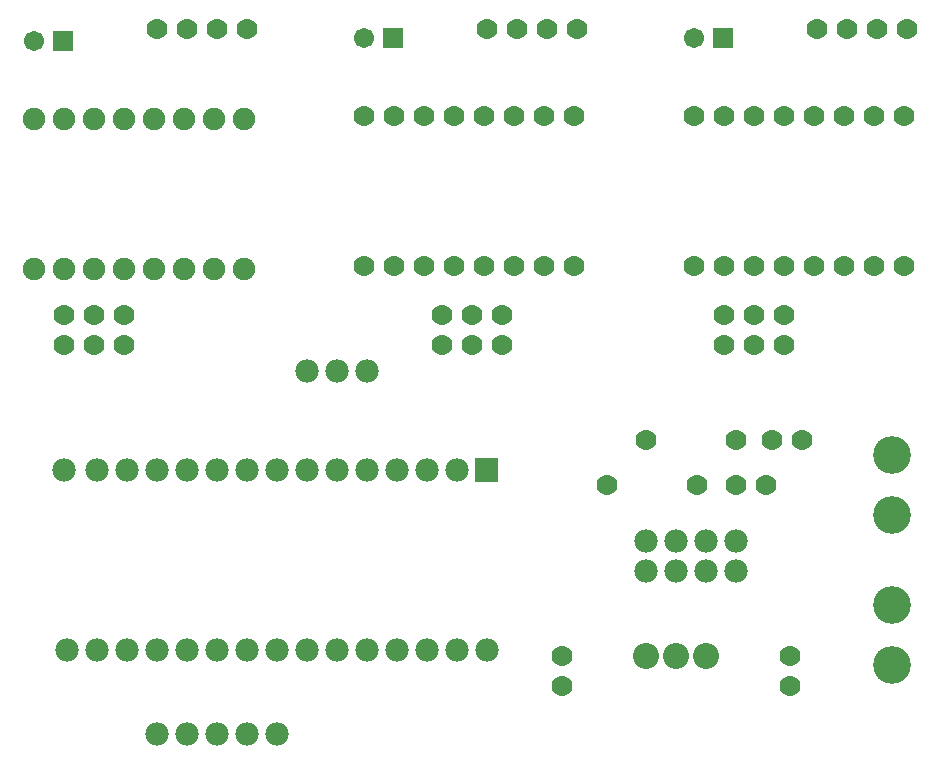
<source format=gbs>
G04 Layer: BottomSolderMaskLayer*
G04 EasyEDA v6.3.22, 2020-02-29T13:15:50--6:00*
G04 7e361a66f70b42a58be88cf598946bd6,aa4253c5fc2745a6ae017adeef99ad3f,10*
G04 Gerber Generator version 0.2*
G04 Scale: 100 percent, Rotated: No, Reflected: No *
G04 Dimensions in millimeters *
G04 leading zeros omitted , absolute positions ,3 integer and 3 decimal *
%FSLAX33Y33*%
%MOMM*%
G90*
G71D02*

%ADD29C,1.773197*%
%ADD30C,1.773199*%
%ADD31C,1.981200*%
%ADD32C,1.903197*%
%ADD34C,1.703197*%
%ADD36C,3.203194*%
%ADD37C,2.203196*%

%LPD*%
G54D29*
G01X73152Y62738D03*
G01X75692Y62738D03*
G01X78232Y62738D03*
G01X80772Y62738D03*
G01X45212Y62738D03*
G01X47752Y62738D03*
G01X50292Y62738D03*
G01X52832Y62738D03*
G54D30*
G01X17272Y62738D03*
G01X19812Y62738D03*
G01X22352Y62738D03*
G54D29*
G01X24892Y62738D03*
G54D30*
G01X9398Y38521D03*
G01X11938Y38521D03*
G01X14478Y38521D03*
G01X9398Y35981D03*
G01X11938Y35981D03*
G01X14478Y35981D03*
G01X41402Y38521D03*
G01X43942Y38521D03*
G01X46482Y38521D03*
G01X41402Y35981D03*
G01X43942Y35981D03*
G01X46482Y35981D03*
G01X65278Y38521D03*
G01X67818Y38521D03*
G01X70358Y38521D03*
G01X65278Y35981D03*
G01X67818Y35981D03*
G01X70358Y35981D03*
G54D31*
G01X27432Y3048D03*
G01X24892Y3048D03*
G01X22352Y3048D03*
G01X19812Y3048D03*
G01X17272Y3048D03*
G01X35052Y33827D03*
G01X32512Y33827D03*
G01X29972Y33827D03*
G01X66294Y16855D03*
G01X63754Y16855D03*
G01X61214Y16855D03*
G01X58674Y16855D03*
G01X66294Y19395D03*
G01X63754Y19395D03*
G01X61214Y19395D03*
G01X58674Y19395D03*
G54D30*
G01X66294Y24130D03*
G01X68834Y24130D03*
G01X69342Y27940D03*
G01X71882Y27940D03*
G01X51562Y9652D03*
G01X51562Y7112D03*
G01X70866Y9652D03*
G01X70866Y7112D03*
G54D32*
G01X11938Y55118D03*
G01X9398Y55118D03*
G01X6858Y55118D03*
G01X14478Y55118D03*
G01X17018Y55118D03*
G01X19558Y55118D03*
G01X22098Y55118D03*
G01X24638Y55118D03*
G01X24638Y42418D03*
G01X22098Y42418D03*
G01X19558Y42418D03*
G01X17018Y42418D03*
G01X14478Y42418D03*
G01X11938Y42418D03*
G01X9398Y42418D03*
G01X6858Y42418D03*
G36*
G01X44221Y24409D02*
G01X44221Y26390D01*
G01X46202Y26390D01*
G01X46202Y24409D01*
G01X44221Y24409D01*
G37*
G54D31*
G01X42672Y25400D03*
G01X40132Y25400D03*
G01X37592Y25400D03*
G01X35052Y25400D03*
G01X32512Y25400D03*
G01X29972Y25400D03*
G01X27432Y25400D03*
G01X24892Y25400D03*
G01X22352Y25400D03*
G01X19812Y25400D03*
G01X17272Y25400D03*
G01X14732Y25400D03*
G01X12192Y25400D03*
G01X9398Y25400D03*
G01X45212Y10160D03*
G01X42672Y10160D03*
G01X40132Y10160D03*
G01X37592Y10160D03*
G01X35052Y10160D03*
G01X32512Y10160D03*
G01X29972Y10160D03*
G01X27432Y10160D03*
G01X24892Y10160D03*
G01X22352Y10160D03*
G01X19812Y10160D03*
G01X17272Y10160D03*
G01X14732Y10160D03*
G01X12192Y10160D03*
G01X9652Y10160D03*
G54D34*
G01X6858Y61722D03*
G36*
G01X8506Y60871D02*
G01X8506Y62572D01*
G01X10208Y62572D01*
G01X10208Y60871D01*
G01X8506Y60871D01*
G37*
G54D30*
G01X39878Y55372D03*
G01X37338Y55372D03*
G01X34798Y55372D03*
G01X42418Y55372D03*
G01X44958Y55372D03*
G01X47498Y55372D03*
G01X50038Y55372D03*
G01X52578Y55372D03*
G01X52578Y42672D03*
G01X50038Y42672D03*
G01X47498Y42672D03*
G01X44958Y42672D03*
G01X42418Y42672D03*
G01X39878Y42672D03*
G01X37338Y42672D03*
G01X34798Y42672D03*
G54D34*
G01X34798Y61976D03*
G36*
G01X36446Y61125D02*
G01X36446Y62826D01*
G01X38148Y62826D01*
G01X38148Y61125D01*
G01X36446Y61125D01*
G37*
G54D30*
G01X67818Y55372D03*
G01X65278Y55372D03*
G01X62738Y55372D03*
G01X70358Y55372D03*
G01X72898Y55372D03*
G01X75438Y55372D03*
G01X77978Y55372D03*
G01X80518Y55372D03*
G01X80518Y42672D03*
G01X77978Y42672D03*
G01X75438Y42672D03*
G01X72898Y42672D03*
G01X70358Y42672D03*
G01X67818Y42672D03*
G01X65278Y42672D03*
G01X62738Y42672D03*
G54D34*
G01X62738Y61976D03*
G36*
G01X64386Y61125D02*
G01X64386Y62826D01*
G01X66088Y62826D01*
G01X66088Y61125D01*
G01X64386Y61125D01*
G37*
G54D36*
G01X79502Y13970D03*
G01X79502Y8890D03*
G54D37*
G01X63754Y9652D03*
G01X61214Y9652D03*
G01X58674Y9652D03*
G54D30*
G01X58674Y27940D03*
G01X66294Y27940D03*
G01X55372Y24130D03*
G01X62992Y24130D03*
G54D36*
G01X79502Y26670D03*
G01X79502Y21590D03*
M00*
M02*

</source>
